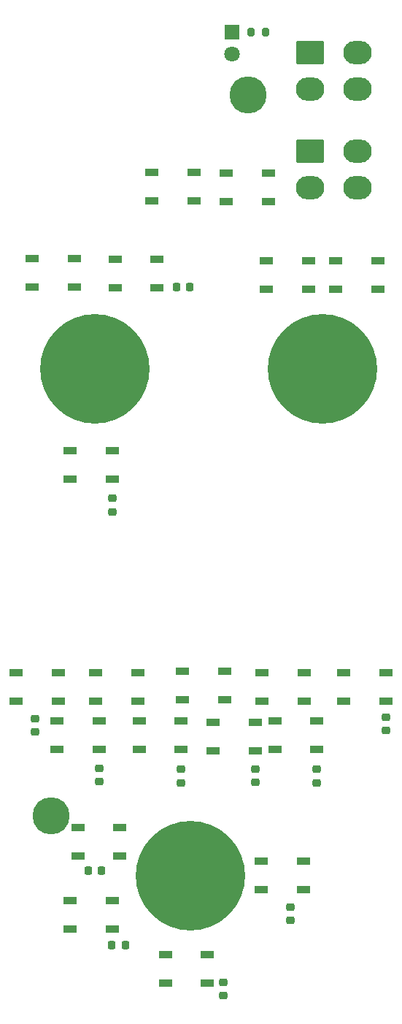
<source format=gbr>
%TF.GenerationSoftware,KiCad,Pcbnew,(6.0.9)*%
%TF.CreationDate,2023-03-29T17:51:04-08:00*%
%TF.ProjectId,APU PANEL,41505520-5041-44e4-954c-2e6b69636164,3*%
%TF.SameCoordinates,Original*%
%TF.FileFunction,Soldermask,Top*%
%TF.FilePolarity,Negative*%
%FSLAX46Y46*%
G04 Gerber Fmt 4.6, Leading zero omitted, Abs format (unit mm)*
G04 Created by KiCad (PCBNEW (6.0.9)) date 2023-03-29 17:51:04*
%MOMM*%
%LPD*%
G01*
G04 APERTURE LIST*
G04 Aperture macros list*
%AMRoundRect*
0 Rectangle with rounded corners*
0 $1 Rounding radius*
0 $2 $3 $4 $5 $6 $7 $8 $9 X,Y pos of 4 corners*
0 Add a 4 corners polygon primitive as box body*
4,1,4,$2,$3,$4,$5,$6,$7,$8,$9,$2,$3,0*
0 Add four circle primitives for the rounded corners*
1,1,$1+$1,$2,$3*
1,1,$1+$1,$4,$5*
1,1,$1+$1,$6,$7*
1,1,$1+$1,$8,$9*
0 Add four rect primitives between the rounded corners*
20,1,$1+$1,$2,$3,$4,$5,0*
20,1,$1+$1,$4,$5,$6,$7,0*
20,1,$1+$1,$6,$7,$8,$9,0*
20,1,$1+$1,$8,$9,$2,$3,0*%
G04 Aperture macros list end*
%ADD10R,1.500000X0.900000*%
%ADD11RoundRect,0.200000X-0.200000X-0.275000X0.200000X-0.275000X0.200000X0.275000X-0.200000X0.275000X0*%
%ADD12RoundRect,0.225000X0.250000X-0.225000X0.250000X0.225000X-0.250000X0.225000X-0.250000X-0.225000X0*%
%ADD13RoundRect,0.225000X0.225000X0.250000X-0.225000X0.250000X-0.225000X-0.250000X0.225000X-0.250000X0*%
%ADD14RoundRect,0.225000X-0.225000X-0.250000X0.225000X-0.250000X0.225000X0.250000X-0.225000X0.250000X0*%
%ADD15C,12.700000*%
%ADD16C,4.300000*%
%ADD17RoundRect,0.250001X-1.399999X1.099999X-1.399999X-1.099999X1.399999X-1.099999X1.399999X1.099999X0*%
%ADD18O,3.300000X2.700000*%
%ADD19R,1.800000X1.800000*%
%ADD20C,1.800000*%
G04 APERTURE END LIST*
D10*
%TO.C,D1*%
X86692400Y-73102400D03*
X86692400Y-76402400D03*
X91592400Y-76402400D03*
X91592400Y-73102400D03*
%TD*%
%TO.C,D2*%
X95289200Y-73229200D03*
X95289200Y-76529200D03*
X100189200Y-76529200D03*
X100189200Y-73229200D03*
%TD*%
%TO.C,D3*%
X72745600Y-83109600D03*
X72745600Y-86409600D03*
X77645600Y-86409600D03*
X77645600Y-83109600D03*
%TD*%
%TO.C,D4*%
X82386000Y-83160400D03*
X82386000Y-86460400D03*
X87286000Y-86460400D03*
X87286000Y-83160400D03*
%TD*%
%TO.C,D5*%
X99923600Y-83363600D03*
X99923600Y-86663600D03*
X104823600Y-86663600D03*
X104823600Y-83363600D03*
%TD*%
%TO.C,D6*%
X107977600Y-83363600D03*
X107977600Y-86663600D03*
X112877600Y-86663600D03*
X112877600Y-83363600D03*
%TD*%
%TO.C,D7*%
X70905200Y-131090400D03*
X70905200Y-134390400D03*
X75805200Y-134390400D03*
X75805200Y-131090400D03*
%TD*%
%TO.C,D8*%
X80150800Y-131141200D03*
X80150800Y-134441200D03*
X85050800Y-134441200D03*
X85050800Y-131141200D03*
%TD*%
%TO.C,D9*%
X90209200Y-130938000D03*
X90209200Y-134238000D03*
X95109200Y-134238000D03*
X95109200Y-130938000D03*
%TD*%
%TO.C,D10*%
X99454800Y-131141200D03*
X99454800Y-134441200D03*
X104354800Y-134441200D03*
X104354800Y-131141200D03*
%TD*%
%TO.C,D11*%
X108954400Y-131141200D03*
X108954400Y-134441200D03*
X113854400Y-134441200D03*
X113854400Y-131141200D03*
%TD*%
%TO.C,D12*%
X75680400Y-136678400D03*
X75680400Y-139978400D03*
X80580400Y-139978400D03*
X80580400Y-136678400D03*
%TD*%
%TO.C,D13*%
X85180000Y-136678400D03*
X85180000Y-139978400D03*
X90080000Y-139978400D03*
X90080000Y-136678400D03*
%TD*%
%TO.C,D14*%
X93765200Y-136881600D03*
X93765200Y-140181600D03*
X98665200Y-140181600D03*
X98665200Y-136881600D03*
%TD*%
%TO.C,D15*%
X100928000Y-136678400D03*
X100928000Y-139978400D03*
X105828000Y-139978400D03*
X105828000Y-136678400D03*
%TD*%
%TO.C,D16*%
X78068000Y-149022800D03*
X78068000Y-152322800D03*
X82968000Y-152322800D03*
X82968000Y-149022800D03*
%TD*%
%TO.C,D17*%
X99353200Y-152985200D03*
X99353200Y-156285200D03*
X104253200Y-156285200D03*
X104253200Y-152985200D03*
%TD*%
%TO.C,D18*%
X77142000Y-157531600D03*
X77142000Y-160831600D03*
X82042000Y-160831600D03*
X82042000Y-157531600D03*
%TD*%
%TO.C,D19*%
X88228000Y-163754800D03*
X88228000Y-167054800D03*
X93128000Y-167054800D03*
X93128000Y-163754800D03*
%TD*%
%TO.C,D20*%
X77153600Y-105334800D03*
X77153600Y-108634800D03*
X82053600Y-108634800D03*
X82053600Y-105334800D03*
%TD*%
D11*
%TO.C,R1*%
X98176680Y-56875680D03*
X99826680Y-56875680D03*
%TD*%
D12*
%TO.C,C2*%
X94919800Y-168549720D03*
X94919800Y-166999720D03*
%TD*%
D13*
%TO.C,C3*%
X83586720Y-162709860D03*
X82036720Y-162709860D03*
%TD*%
D12*
%TO.C,C4*%
X102715060Y-159807040D03*
X102715060Y-158257040D03*
%TD*%
D14*
%TO.C,C5*%
X79275000Y-154050000D03*
X80825000Y-154050000D03*
%TD*%
D12*
%TO.C,C6*%
X80581500Y-143713500D03*
X80581500Y-142163500D03*
%TD*%
%TO.C,C7*%
X90070940Y-143853200D03*
X90070940Y-142303200D03*
%TD*%
%TO.C,C8*%
X98651060Y-143832880D03*
X98651060Y-142282880D03*
%TD*%
%TO.C,C9*%
X105826560Y-143858380D03*
X105826560Y-142308380D03*
%TD*%
%TO.C,C10*%
X73098660Y-137950340D03*
X73098660Y-136400340D03*
%TD*%
%TO.C,C11*%
X113845340Y-137818160D03*
X113845340Y-136268160D03*
%TD*%
%TO.C,C12*%
X82069940Y-112441120D03*
X82069940Y-110891120D03*
%TD*%
D13*
%TO.C,C13*%
X91046600Y-86418420D03*
X89496600Y-86418420D03*
%TD*%
D15*
%TO.C,REF\u002A\u002A*%
X80010000Y-95885001D03*
%TD*%
%TO.C,2*%
X106425999Y-95885001D03*
%TD*%
D16*
%TO.C,4*%
X97789999Y-64135001D03*
%TD*%
%TO.C,5*%
X74929999Y-147701001D03*
%TD*%
D15*
%TO.C,3*%
X91122500Y-154622501D03*
%TD*%
D17*
%TO.C,J2*%
X105039160Y-70670420D03*
D18*
X105039160Y-74870420D03*
X110539160Y-70670420D03*
X110539160Y-74870420D03*
%TD*%
D19*
%TO.C,D21*%
X95999300Y-56855360D03*
D20*
X95999300Y-59395360D03*
%TD*%
D17*
%TO.C,J1*%
X105039160Y-59227720D03*
D18*
X105039160Y-63427720D03*
X110539160Y-59227720D03*
X110539160Y-63427720D03*
%TD*%
M02*

</source>
